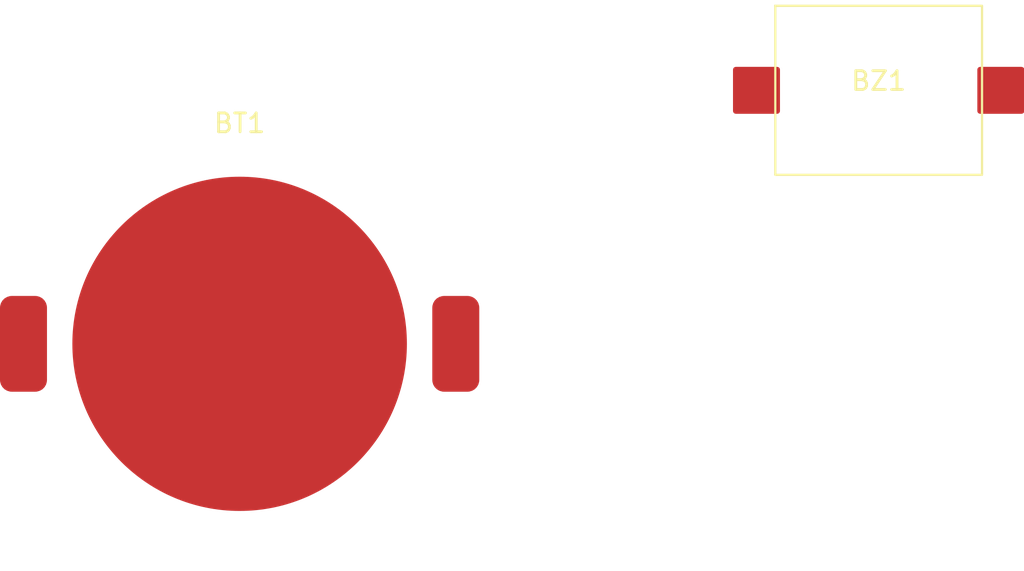
<source format=kicad_pcb>
(kicad_pcb (version 20211014) (generator pcbnew)
  (layers (0 "F.Cu" signal) (31 "B.Cu" signal) (34 "B.Paste" user) (35 "F.Paste" user) (36 "B.SilkS" user "B.Silkscreen") (37 "F.SilkS" user "F.Silkscreen") (38 "B.Mask" user) (39 "F.Mask" user) (44 "Edge.Cuts" user))
  (net 0 "")
  (net 2 "GNDREF")
  (net 3 "+3V0")
  (footprint "xmasLib:CPT-1117-BUZZ" (layer "F.Cu") (at 152.5 54)
    (fp_text reference "BZ1" (at 0 -0.5 unlocked) (layer "F.SilkS"))
    (fp_text value "Buzzer")
    (fp_rect (start -5.5 -4.5) (end 5.5 4.5) (layer "F.SilkS") (width 0.12) (fill none))
    (pad "1" smd roundrect (at -6.5 0) (size 2.5 2.5) (layers "F.Cu" "F.Paste" "F.Mask") (roundrect_rratio 0.06))
    (pad "2" smd roundrect (at 6.5 0) (size 2.5 2.5) (layers "F.Cu" "F.Paste" "F.Mask") (roundrect_rratio 0.06) (net 2 "GNDREF"))
  )
  (footprint "xmasLib:BAT-HLD-001" (layer "F.Cu") (at 118.5 67.5)
    (fp_text reference "BT1" (at 0 -11.75 unlocked) (layer "F.SilkS"))
    (fp_text value "Battery_Cell")
    (pad "1" smd roundrect (at 11.5 0) (size 2.5 5.1) (layers "F.Cu" "F.Paste" "F.Mask") (net 3 "+3V0"))
    (pad "1" smd roundrect (at -11.5 0) (size 2.5 5.1) (layers "F.Cu" "F.Paste" "F.Mask") (net 3 "+3V0"))
    (pad "2" smd circle (at 0 0) (size 17.8 17.8) (layers "F.Cu" "F.Paste" "F.Mask") (net 2 "GNDREF"))
  )
)
</source>
